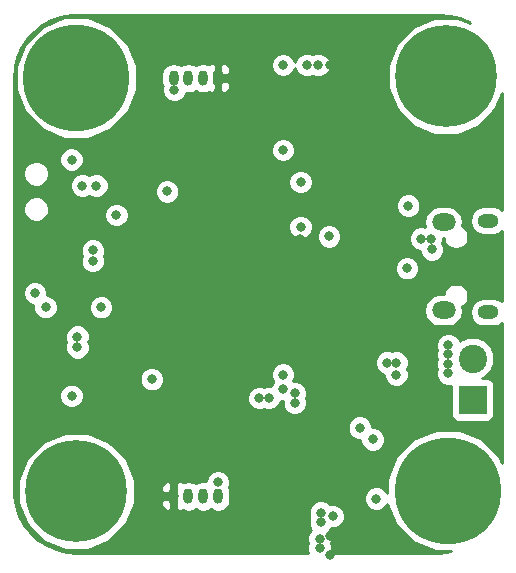
<source format=gbr>
G04 #@! TF.GenerationSoftware,KiCad,Pcbnew,(5.0.1)-4*
G04 #@! TF.CreationDate,2022-09-04T20:15:09+05:45*
G04 #@! TF.ProjectId,STM32_wiith_Buck_Converter,53544D33325F77696974685F4275636B,rev?*
G04 #@! TF.SameCoordinates,Original*
G04 #@! TF.FileFunction,Copper,L3,Inr,Plane*
G04 #@! TF.FilePolarity,Positive*
%FSLAX46Y46*%
G04 Gerber Fmt 4.6, Leading zero omitted, Abs format (unit mm)*
G04 Created by KiCad (PCBNEW (5.0.1)-4) date 04-Sep-22 8:15:09 PM*
%MOMM*%
%LPD*%
G01*
G04 APERTURE LIST*
G04 #@! TA.AperFunction,ViaPad*
%ADD10O,2.000000X1.450000*%
G04 #@! TD*
G04 #@! TA.AperFunction,ViaPad*
%ADD11O,1.800000X1.150000*%
G04 #@! TD*
G04 #@! TA.AperFunction,ViaPad*
%ADD12C,0.900000*%
G04 #@! TD*
G04 #@! TA.AperFunction,ViaPad*
%ADD13C,8.600000*%
G04 #@! TD*
G04 #@! TA.AperFunction,ViaPad*
%ADD14C,9.000000*%
G04 #@! TD*
G04 #@! TA.AperFunction,ViaPad*
%ADD15R,2.400000X2.400000*%
G04 #@! TD*
G04 #@! TA.AperFunction,ViaPad*
%ADD16C,2.400000*%
G04 #@! TD*
G04 #@! TA.AperFunction,Conductor*
%ADD17C,0.100000*%
G04 #@! TD*
G04 #@! TA.AperFunction,ViaPad*
%ADD18C,0.800000*%
G04 #@! TD*
G04 #@! TA.AperFunction,ViaPad*
%ADD19O,0.800000X1.300000*%
G04 #@! TD*
G04 #@! TA.AperFunction,Conductor*
%ADD20C,0.254000*%
G04 #@! TD*
G04 APERTURE END LIST*
D10*
G04 #@! TO.N,Net-(J5-Pad6)*
G04 #@! TO.C,J5*
X144100000Y-71675000D03*
X144100000Y-64225000D03*
D11*
X147900000Y-71825000D03*
X147900000Y-64075000D03*
G04 #@! TD*
D12*
G04 #@! TO.N,GND*
G04 #@! TO.C,H1*
X115280419Y-84719581D03*
X113000000Y-83775000D03*
X110719581Y-84719581D03*
X109775000Y-87000000D03*
X110719581Y-89280419D03*
X113000000Y-90225000D03*
X115280419Y-89280419D03*
X116225000Y-87000000D03*
D13*
X113000000Y-87000000D03*
G04 #@! TD*
D12*
G04 #@! TO.N,GND*
G04 #@! TO.C,H2*
X146580419Y-49569581D03*
X144300000Y-48625000D03*
X142019581Y-49569581D03*
X141075000Y-51850000D03*
X142019581Y-54130419D03*
X144300000Y-55075000D03*
X146580419Y-54130419D03*
X147525000Y-51850000D03*
D13*
X144300000Y-51850000D03*
G04 #@! TD*
D14*
G04 #@! TO.N,GND*
G04 #@! TO.C,H3*
X113000000Y-52000000D03*
D12*
X116375000Y-52000000D03*
X115386485Y-54386485D03*
X113000000Y-55375000D03*
X110613515Y-54386485D03*
X109625000Y-52000000D03*
X110613515Y-49613515D03*
X113000000Y-48625000D03*
X115386485Y-49613515D03*
G04 #@! TD*
G04 #@! TO.N,GND*
G04 #@! TO.C,H4*
X146836485Y-84563515D03*
X144450000Y-83575000D03*
X142063515Y-84563515D03*
X141075000Y-86950000D03*
X142063515Y-89336485D03*
X144450000Y-90325000D03*
X146836485Y-89336485D03*
X147825000Y-86950000D03*
D14*
X144450000Y-86950000D03*
G04 #@! TD*
D15*
G04 #@! TO.N,+12V*
G04 #@! TO.C,J2*
X146550000Y-79250000D03*
D16*
G04 #@! TO.N,GND*
X146550000Y-75750000D03*
G04 #@! TD*
D17*
G04 #@! TO.N,+3V3*
G04 #@! TO.C,J3*
G36*
X121469603Y-86750963D02*
X121489018Y-86753843D01*
X121508057Y-86758612D01*
X121526537Y-86765224D01*
X121544279Y-86773616D01*
X121561114Y-86783706D01*
X121576879Y-86795398D01*
X121591421Y-86808579D01*
X121604602Y-86823121D01*
X121616294Y-86838886D01*
X121626384Y-86855721D01*
X121634776Y-86873463D01*
X121641388Y-86891943D01*
X121646157Y-86910982D01*
X121649037Y-86930397D01*
X121650000Y-86950000D01*
X121650000Y-87850000D01*
X121649037Y-87869603D01*
X121646157Y-87889018D01*
X121641388Y-87908057D01*
X121634776Y-87926537D01*
X121626384Y-87944279D01*
X121616294Y-87961114D01*
X121604602Y-87976879D01*
X121591421Y-87991421D01*
X121576879Y-88004602D01*
X121561114Y-88016294D01*
X121544279Y-88026384D01*
X121526537Y-88034776D01*
X121508057Y-88041388D01*
X121489018Y-88046157D01*
X121469603Y-88049037D01*
X121450000Y-88050000D01*
X121050000Y-88050000D01*
X121030397Y-88049037D01*
X121010982Y-88046157D01*
X120991943Y-88041388D01*
X120973463Y-88034776D01*
X120955721Y-88026384D01*
X120938886Y-88016294D01*
X120923121Y-88004602D01*
X120908579Y-87991421D01*
X120895398Y-87976879D01*
X120883706Y-87961114D01*
X120873616Y-87944279D01*
X120865224Y-87926537D01*
X120858612Y-87908057D01*
X120853843Y-87889018D01*
X120850963Y-87869603D01*
X120850000Y-87850000D01*
X120850000Y-86950000D01*
X120850963Y-86930397D01*
X120853843Y-86910982D01*
X120858612Y-86891943D01*
X120865224Y-86873463D01*
X120873616Y-86855721D01*
X120883706Y-86838886D01*
X120895398Y-86823121D01*
X120908579Y-86808579D01*
X120923121Y-86795398D01*
X120938886Y-86783706D01*
X120955721Y-86773616D01*
X120973463Y-86765224D01*
X120991943Y-86758612D01*
X121010982Y-86753843D01*
X121030397Y-86750963D01*
X121050000Y-86750000D01*
X121450000Y-86750000D01*
X121469603Y-86750963D01*
X121469603Y-86750963D01*
G37*
D18*
X121250000Y-87400000D03*
D19*
G04 #@! TO.N,UART3_TX*
X122500000Y-87400000D03*
G04 #@! TO.N,UART3_RX*
X123750000Y-87400000D03*
G04 #@! TO.N,GND*
X125000000Y-87400000D03*
G04 #@! TD*
G04 #@! TO.N,GND*
G04 #@! TO.C,J4*
X121250000Y-52000000D03*
G04 #@! TO.N,I2C1_SDA*
X122500000Y-52000000D03*
G04 #@! TO.N,I2C1_SCL*
X123750000Y-52000000D03*
D17*
G04 #@! TO.N,+3V3*
G36*
X125219603Y-51350963D02*
X125239018Y-51353843D01*
X125258057Y-51358612D01*
X125276537Y-51365224D01*
X125294279Y-51373616D01*
X125311114Y-51383706D01*
X125326879Y-51395398D01*
X125341421Y-51408579D01*
X125354602Y-51423121D01*
X125366294Y-51438886D01*
X125376384Y-51455721D01*
X125384776Y-51473463D01*
X125391388Y-51491943D01*
X125396157Y-51510982D01*
X125399037Y-51530397D01*
X125400000Y-51550000D01*
X125400000Y-52450000D01*
X125399037Y-52469603D01*
X125396157Y-52489018D01*
X125391388Y-52508057D01*
X125384776Y-52526537D01*
X125376384Y-52544279D01*
X125366294Y-52561114D01*
X125354602Y-52576879D01*
X125341421Y-52591421D01*
X125326879Y-52604602D01*
X125311114Y-52616294D01*
X125294279Y-52626384D01*
X125276537Y-52634776D01*
X125258057Y-52641388D01*
X125239018Y-52646157D01*
X125219603Y-52649037D01*
X125200000Y-52650000D01*
X124800000Y-52650000D01*
X124780397Y-52649037D01*
X124760982Y-52646157D01*
X124741943Y-52641388D01*
X124723463Y-52634776D01*
X124705721Y-52626384D01*
X124688886Y-52616294D01*
X124673121Y-52604602D01*
X124658579Y-52591421D01*
X124645398Y-52576879D01*
X124633706Y-52561114D01*
X124623616Y-52544279D01*
X124615224Y-52526537D01*
X124608612Y-52508057D01*
X124603843Y-52489018D01*
X124600963Y-52469603D01*
X124600000Y-52450000D01*
X124600000Y-51550000D01*
X124600963Y-51530397D01*
X124603843Y-51510982D01*
X124608612Y-51491943D01*
X124615224Y-51473463D01*
X124623616Y-51455721D01*
X124633706Y-51438886D01*
X124645398Y-51423121D01*
X124658579Y-51408579D01*
X124673121Y-51395398D01*
X124688886Y-51383706D01*
X124705721Y-51373616D01*
X124723463Y-51365224D01*
X124741943Y-51358612D01*
X124760982Y-51353843D01*
X124780397Y-51350963D01*
X124800000Y-51350000D01*
X125200000Y-51350000D01*
X125219603Y-51350963D01*
X125219603Y-51350963D01*
G37*
D18*
X125000000Y-52000000D03*
G04 #@! TD*
G04 #@! TO.N,GND*
X121300000Y-53000000D03*
G04 #@! TO.N,+3V3*
X125450000Y-57700000D03*
G04 #@! TO.N,GND*
X130500000Y-50900000D03*
X132500000Y-50900000D03*
X133500000Y-50900000D03*
X132000000Y-64600000D03*
X140100000Y-77100000D03*
X140100000Y-76100000D03*
X144500000Y-74600000D03*
X144500000Y-75400000D03*
X144500000Y-76200000D03*
X144500000Y-77000000D03*
X138100000Y-82600000D03*
X137000000Y-81600000D03*
X134700000Y-89100000D03*
X133700000Y-88800000D03*
X133700000Y-89600000D03*
X133600000Y-91000000D03*
X133600000Y-91800000D03*
X125000000Y-86200000D03*
X112600000Y-78900000D03*
X110400000Y-71400000D03*
X109500000Y-70200000D03*
X113500000Y-61100000D03*
X114700000Y-61100000D03*
X116400000Y-63600000D03*
X112600000Y-58900000D03*
X115100000Y-71400000D03*
X113100000Y-73900000D03*
X113100000Y-74800000D03*
X119400000Y-77500000D03*
X114400000Y-66600000D03*
X114400000Y-67500000D03*
X128500000Y-79100000D03*
X130500000Y-77100000D03*
X141100000Y-62800000D03*
X143100000Y-66500000D03*
X141000000Y-68100000D03*
X120700000Y-61600000D03*
X130500000Y-78300000D03*
X131500000Y-78700000D03*
X131500000Y-79500000D03*
X129300000Y-79100000D03*
X134400000Y-65400000D03*
X138400000Y-87600000D03*
X139300000Y-76100000D03*
X143000000Y-65600000D03*
X142200000Y-65600000D03*
G04 #@! TO.N,+3V3*
X120650000Y-56300000D03*
X118950000Y-62300000D03*
X112600000Y-63850000D03*
X115150000Y-75550000D03*
X121850000Y-77500000D03*
X128800000Y-76350000D03*
X134500000Y-50900000D03*
X125000000Y-53150000D03*
X121250000Y-86300000D03*
X116650000Y-66350000D03*
X116400000Y-75600000D03*
X131950000Y-65600000D03*
X136600000Y-62750000D03*
X129275000Y-87450000D03*
X131475000Y-87450000D03*
X128800000Y-89150000D03*
X130900000Y-89150000D03*
X128750000Y-91500000D03*
X130850000Y-91500000D03*
X134450000Y-92350000D03*
X134450000Y-90750000D03*
X129275000Y-86600000D03*
X131475000Y-86600000D03*
G04 #@! TO.N,NRST*
X132000000Y-60800000D03*
X130500000Y-58100000D03*
G04 #@! TD*
D20*
G04 #@! TO.N,+3V3*
G36*
X144613608Y-46733397D02*
X145454010Y-46944491D01*
X146248664Y-47290017D01*
X146358414Y-47361018D01*
X145281632Y-46915000D01*
X143318368Y-46915000D01*
X141504547Y-47666309D01*
X140116309Y-49054547D01*
X139365000Y-50868368D01*
X139365000Y-52831632D01*
X140116309Y-54645453D01*
X141504547Y-56033691D01*
X143318368Y-56785000D01*
X145281632Y-56785000D01*
X147095453Y-56033691D01*
X148483691Y-54645453D01*
X149040000Y-53302404D01*
X149040000Y-63164312D01*
X148697118Y-62935205D01*
X148344173Y-62865000D01*
X147455827Y-62865000D01*
X147102882Y-62935205D01*
X146702639Y-63202639D01*
X146435205Y-63602882D01*
X146341295Y-64075000D01*
X146435205Y-64547118D01*
X146702639Y-64947361D01*
X147102882Y-65214795D01*
X147455827Y-65285000D01*
X148344173Y-65285000D01*
X148697118Y-65214795D01*
X149040000Y-64985688D01*
X149040001Y-70914312D01*
X148697118Y-70685205D01*
X148344173Y-70615000D01*
X147455827Y-70615000D01*
X147102882Y-70685205D01*
X146702639Y-70952639D01*
X146435205Y-71352882D01*
X146341295Y-71825000D01*
X146435205Y-72297118D01*
X146702639Y-72697361D01*
X147102882Y-72964795D01*
X147455827Y-73035000D01*
X148344173Y-73035000D01*
X148697118Y-72964795D01*
X149040001Y-72735688D01*
X149040001Y-84612840D01*
X148803243Y-84041256D01*
X147358744Y-82596757D01*
X145471415Y-81815000D01*
X143428585Y-81815000D01*
X141541256Y-82596757D01*
X140096757Y-84041256D01*
X139315000Y-85928585D01*
X139315000Y-87104420D01*
X139277431Y-87013720D01*
X138986280Y-86722569D01*
X138605874Y-86565000D01*
X138194126Y-86565000D01*
X137813720Y-86722569D01*
X137522569Y-87013720D01*
X137365000Y-87394126D01*
X137365000Y-87805874D01*
X137522569Y-88186280D01*
X137813720Y-88477431D01*
X138194126Y-88635000D01*
X138605874Y-88635000D01*
X138986280Y-88477431D01*
X139277431Y-88186280D01*
X139340715Y-88033498D01*
X140096757Y-89858744D01*
X141541256Y-91303243D01*
X143428585Y-92085000D01*
X144691886Y-92085000D01*
X144235344Y-92166323D01*
X143733265Y-92190000D01*
X134558733Y-92190000D01*
X134635000Y-92005874D01*
X134635000Y-91594126D01*
X134554591Y-91400000D01*
X134635000Y-91205874D01*
X134635000Y-90794126D01*
X134477431Y-90413720D01*
X134413711Y-90350000D01*
X134577431Y-90186280D01*
X134598672Y-90135000D01*
X134905874Y-90135000D01*
X135286280Y-89977431D01*
X135577431Y-89686280D01*
X135735000Y-89305874D01*
X135735000Y-88894126D01*
X135577431Y-88513720D01*
X135286280Y-88222569D01*
X134905874Y-88065000D01*
X134494126Y-88065000D01*
X134447871Y-88084160D01*
X134286280Y-87922569D01*
X133905874Y-87765000D01*
X133494126Y-87765000D01*
X133113720Y-87922569D01*
X132822569Y-88213720D01*
X132665000Y-88594126D01*
X132665000Y-89005874D01*
X132745409Y-89200000D01*
X132665000Y-89394126D01*
X132665000Y-89805874D01*
X132822569Y-90186280D01*
X132886289Y-90250000D01*
X132722569Y-90413720D01*
X132565000Y-90794126D01*
X132565000Y-91205874D01*
X132645409Y-91400000D01*
X132565000Y-91594126D01*
X132565000Y-92005874D01*
X132641267Y-92190000D01*
X113029142Y-92190000D01*
X112136394Y-92116603D01*
X111295990Y-91905509D01*
X110501336Y-91559983D01*
X109773794Y-91089315D01*
X109132890Y-90506136D01*
X108595841Y-89826115D01*
X108177068Y-89067507D01*
X107887819Y-88250692D01*
X107733677Y-87385344D01*
X107710000Y-86883265D01*
X107710000Y-86018368D01*
X108065000Y-86018368D01*
X108065000Y-87981632D01*
X108816309Y-89795453D01*
X110204547Y-91183691D01*
X112018368Y-91935000D01*
X113981632Y-91935000D01*
X115795453Y-91183691D01*
X117183691Y-89795453D01*
X117935000Y-87981632D01*
X117935000Y-87831750D01*
X120215000Y-87831750D01*
X120215000Y-88176310D01*
X120311673Y-88409699D01*
X120490302Y-88588327D01*
X120723691Y-88685000D01*
X120891250Y-88685000D01*
X121050000Y-88526250D01*
X121050000Y-87673000D01*
X120373750Y-87673000D01*
X120215000Y-87831750D01*
X117935000Y-87831750D01*
X117935000Y-86623690D01*
X120215000Y-86623690D01*
X120215000Y-86968250D01*
X120373750Y-87127000D01*
X121050000Y-87127000D01*
X121050000Y-86273750D01*
X121450000Y-86273750D01*
X121450000Y-87127000D01*
X121465000Y-87127000D01*
X121465000Y-87673000D01*
X121450000Y-87673000D01*
X121450000Y-88526250D01*
X121608750Y-88685000D01*
X121776309Y-88685000D01*
X122009698Y-88588327D01*
X122022379Y-88575646D01*
X122096164Y-88624948D01*
X122500000Y-88705276D01*
X122903837Y-88624948D01*
X123125001Y-88477171D01*
X123346164Y-88624948D01*
X123750000Y-88705276D01*
X124153837Y-88624948D01*
X124375001Y-88477171D01*
X124596164Y-88624948D01*
X125000000Y-88705276D01*
X125403837Y-88624948D01*
X125746193Y-88396193D01*
X125974948Y-88053836D01*
X126035000Y-87751934D01*
X126035000Y-87048065D01*
X125974948Y-86746163D01*
X125925007Y-86671421D01*
X126035000Y-86405874D01*
X126035000Y-85994126D01*
X125877431Y-85613720D01*
X125586280Y-85322569D01*
X125205874Y-85165000D01*
X124794126Y-85165000D01*
X124413720Y-85322569D01*
X124122569Y-85613720D01*
X123965000Y-85994126D01*
X123965000Y-86137490D01*
X123750000Y-86094724D01*
X123346163Y-86175052D01*
X123125000Y-86322829D01*
X122903836Y-86175052D01*
X122500000Y-86094724D01*
X122096163Y-86175052D01*
X122022378Y-86224353D01*
X122009698Y-86211673D01*
X121776309Y-86115000D01*
X121608750Y-86115000D01*
X121450000Y-86273750D01*
X121050000Y-86273750D01*
X120891250Y-86115000D01*
X120723691Y-86115000D01*
X120490302Y-86211673D01*
X120311673Y-86390301D01*
X120215000Y-86623690D01*
X117935000Y-86623690D01*
X117935000Y-86018368D01*
X117183691Y-84204547D01*
X115795453Y-82816309D01*
X113981632Y-82065000D01*
X112018368Y-82065000D01*
X110204547Y-82816309D01*
X108816309Y-84204547D01*
X108065000Y-86018368D01*
X107710000Y-86018368D01*
X107710000Y-81394126D01*
X135965000Y-81394126D01*
X135965000Y-81805874D01*
X136122569Y-82186280D01*
X136413720Y-82477431D01*
X136794126Y-82635000D01*
X137065000Y-82635000D01*
X137065000Y-82805874D01*
X137222569Y-83186280D01*
X137513720Y-83477431D01*
X137894126Y-83635000D01*
X138305874Y-83635000D01*
X138686280Y-83477431D01*
X138977431Y-83186280D01*
X139135000Y-82805874D01*
X139135000Y-82394126D01*
X138977431Y-82013720D01*
X138686280Y-81722569D01*
X138305874Y-81565000D01*
X138035000Y-81565000D01*
X138035000Y-81394126D01*
X137877431Y-81013720D01*
X137586280Y-80722569D01*
X137205874Y-80565000D01*
X136794126Y-80565000D01*
X136413720Y-80722569D01*
X136122569Y-81013720D01*
X135965000Y-81394126D01*
X107710000Y-81394126D01*
X107710000Y-78694126D01*
X111565000Y-78694126D01*
X111565000Y-79105874D01*
X111722569Y-79486280D01*
X112013720Y-79777431D01*
X112394126Y-79935000D01*
X112805874Y-79935000D01*
X113186280Y-79777431D01*
X113477431Y-79486280D01*
X113635000Y-79105874D01*
X113635000Y-78894126D01*
X127465000Y-78894126D01*
X127465000Y-79305874D01*
X127622569Y-79686280D01*
X127913720Y-79977431D01*
X128294126Y-80135000D01*
X128705874Y-80135000D01*
X128900000Y-80054591D01*
X129094126Y-80135000D01*
X129505874Y-80135000D01*
X129886280Y-79977431D01*
X130177431Y-79686280D01*
X130322936Y-79335000D01*
X130465000Y-79335000D01*
X130465000Y-79705874D01*
X130622569Y-80086280D01*
X130913720Y-80377431D01*
X131294126Y-80535000D01*
X131705874Y-80535000D01*
X132086280Y-80377431D01*
X132377431Y-80086280D01*
X132535000Y-79705874D01*
X132535000Y-79294126D01*
X132454591Y-79100000D01*
X132535000Y-78905874D01*
X132535000Y-78494126D01*
X132377431Y-78113720D01*
X132086280Y-77822569D01*
X131705874Y-77665000D01*
X131386245Y-77665000D01*
X131535000Y-77305874D01*
X131535000Y-76894126D01*
X131377431Y-76513720D01*
X131086280Y-76222569D01*
X130705874Y-76065000D01*
X130294126Y-76065000D01*
X129913720Y-76222569D01*
X129622569Y-76513720D01*
X129465000Y-76894126D01*
X129465000Y-77305874D01*
X129622569Y-77686280D01*
X129636289Y-77700000D01*
X129622569Y-77713720D01*
X129477064Y-78065000D01*
X129094126Y-78065000D01*
X128900000Y-78145409D01*
X128705874Y-78065000D01*
X128294126Y-78065000D01*
X127913720Y-78222569D01*
X127622569Y-78513720D01*
X127465000Y-78894126D01*
X113635000Y-78894126D01*
X113635000Y-78694126D01*
X113477431Y-78313720D01*
X113186280Y-78022569D01*
X112805874Y-77865000D01*
X112394126Y-77865000D01*
X112013720Y-78022569D01*
X111722569Y-78313720D01*
X111565000Y-78694126D01*
X107710000Y-78694126D01*
X107710000Y-77294126D01*
X118365000Y-77294126D01*
X118365000Y-77705874D01*
X118522569Y-78086280D01*
X118813720Y-78377431D01*
X119194126Y-78535000D01*
X119605874Y-78535000D01*
X119986280Y-78377431D01*
X120277431Y-78086280D01*
X120435000Y-77705874D01*
X120435000Y-77294126D01*
X120277431Y-76913720D01*
X119986280Y-76622569D01*
X119605874Y-76465000D01*
X119194126Y-76465000D01*
X118813720Y-76622569D01*
X118522569Y-76913720D01*
X118365000Y-77294126D01*
X107710000Y-77294126D01*
X107710000Y-75894126D01*
X138265000Y-75894126D01*
X138265000Y-76305874D01*
X138422569Y-76686280D01*
X138713720Y-76977431D01*
X139065000Y-77122936D01*
X139065000Y-77305874D01*
X139222569Y-77686280D01*
X139513720Y-77977431D01*
X139894126Y-78135000D01*
X140305874Y-78135000D01*
X140686280Y-77977431D01*
X140977431Y-77686280D01*
X141135000Y-77305874D01*
X141135000Y-76894126D01*
X141013169Y-76600000D01*
X141135000Y-76305874D01*
X141135000Y-75894126D01*
X140977431Y-75513720D01*
X140686280Y-75222569D01*
X140305874Y-75065000D01*
X139894126Y-75065000D01*
X139700000Y-75145409D01*
X139505874Y-75065000D01*
X139094126Y-75065000D01*
X138713720Y-75222569D01*
X138422569Y-75513720D01*
X138265000Y-75894126D01*
X107710000Y-75894126D01*
X107710000Y-73694126D01*
X112065000Y-73694126D01*
X112065000Y-74105874D01*
X112166120Y-74350000D01*
X112065000Y-74594126D01*
X112065000Y-75005874D01*
X112222569Y-75386280D01*
X112513720Y-75677431D01*
X112894126Y-75835000D01*
X113305874Y-75835000D01*
X113686280Y-75677431D01*
X113977431Y-75386280D01*
X114135000Y-75005874D01*
X114135000Y-74594126D01*
X114052158Y-74394126D01*
X143465000Y-74394126D01*
X143465000Y-74805874D01*
X143545409Y-75000000D01*
X143465000Y-75194126D01*
X143465000Y-75605874D01*
X143545409Y-75800000D01*
X143465000Y-75994126D01*
X143465000Y-76405874D01*
X143545409Y-76600000D01*
X143465000Y-76794126D01*
X143465000Y-77205874D01*
X143622569Y-77586280D01*
X143913720Y-77877431D01*
X144294126Y-78035000D01*
X144705544Y-78035000D01*
X144702560Y-78050000D01*
X144702560Y-80450000D01*
X144751843Y-80697765D01*
X144892191Y-80907809D01*
X145102235Y-81048157D01*
X145350000Y-81097440D01*
X147750000Y-81097440D01*
X147997765Y-81048157D01*
X148207809Y-80907809D01*
X148348157Y-80697765D01*
X148397440Y-80450000D01*
X148397440Y-78050000D01*
X148348157Y-77802235D01*
X148207809Y-77592191D01*
X147997765Y-77451843D01*
X147750000Y-77402560D01*
X147355453Y-77402560D01*
X147589444Y-77305638D01*
X148105638Y-76789444D01*
X148385000Y-76115004D01*
X148385000Y-75384996D01*
X148105638Y-74710556D01*
X147589444Y-74194362D01*
X146915004Y-73915000D01*
X146184996Y-73915000D01*
X145510556Y-74194362D01*
X145469331Y-74235587D01*
X145377431Y-74013720D01*
X145086280Y-73722569D01*
X144705874Y-73565000D01*
X144294126Y-73565000D01*
X143913720Y-73722569D01*
X143622569Y-74013720D01*
X143465000Y-74394126D01*
X114052158Y-74394126D01*
X114033880Y-74350000D01*
X114135000Y-74105874D01*
X114135000Y-73694126D01*
X113977431Y-73313720D01*
X113686280Y-73022569D01*
X113305874Y-72865000D01*
X112894126Y-72865000D01*
X112513720Y-73022569D01*
X112222569Y-73313720D01*
X112065000Y-73694126D01*
X107710000Y-73694126D01*
X107710000Y-69994126D01*
X108465000Y-69994126D01*
X108465000Y-70405874D01*
X108622569Y-70786280D01*
X108913720Y-71077431D01*
X109294126Y-71235000D01*
X109365000Y-71235000D01*
X109365000Y-71605874D01*
X109522569Y-71986280D01*
X109813720Y-72277431D01*
X110194126Y-72435000D01*
X110605874Y-72435000D01*
X110986280Y-72277431D01*
X111277431Y-71986280D01*
X111435000Y-71605874D01*
X111435000Y-71194126D01*
X114065000Y-71194126D01*
X114065000Y-71605874D01*
X114222569Y-71986280D01*
X114513720Y-72277431D01*
X114894126Y-72435000D01*
X115305874Y-72435000D01*
X115686280Y-72277431D01*
X115977431Y-71986280D01*
X116106367Y-71675000D01*
X142438357Y-71675000D01*
X142543909Y-72205645D01*
X142844495Y-72655505D01*
X143294355Y-72956091D01*
X143691057Y-73035000D01*
X144508943Y-73035000D01*
X144905645Y-72956091D01*
X145355505Y-72655505D01*
X145656091Y-72205645D01*
X145761643Y-71675000D01*
X145693361Y-71331721D01*
X145896193Y-71196193D01*
X146124948Y-70853837D01*
X146205276Y-70450000D01*
X146124948Y-70046163D01*
X145896193Y-69703807D01*
X145553837Y-69475052D01*
X145251935Y-69415000D01*
X145048065Y-69415000D01*
X144746163Y-69475052D01*
X144403807Y-69703807D01*
X144175052Y-70046163D01*
X144121577Y-70315000D01*
X143691057Y-70315000D01*
X143294355Y-70393909D01*
X142844495Y-70694495D01*
X142543909Y-71144355D01*
X142438357Y-71675000D01*
X116106367Y-71675000D01*
X116135000Y-71605874D01*
X116135000Y-71194126D01*
X115977431Y-70813720D01*
X115686280Y-70522569D01*
X115305874Y-70365000D01*
X114894126Y-70365000D01*
X114513720Y-70522569D01*
X114222569Y-70813720D01*
X114065000Y-71194126D01*
X111435000Y-71194126D01*
X111277431Y-70813720D01*
X110986280Y-70522569D01*
X110605874Y-70365000D01*
X110535000Y-70365000D01*
X110535000Y-69994126D01*
X110377431Y-69613720D01*
X110086280Y-69322569D01*
X109705874Y-69165000D01*
X109294126Y-69165000D01*
X108913720Y-69322569D01*
X108622569Y-69613720D01*
X108465000Y-69994126D01*
X107710000Y-69994126D01*
X107710000Y-66394126D01*
X113365000Y-66394126D01*
X113365000Y-66805874D01*
X113466120Y-67050000D01*
X113365000Y-67294126D01*
X113365000Y-67705874D01*
X113522569Y-68086280D01*
X113813720Y-68377431D01*
X114194126Y-68535000D01*
X114605874Y-68535000D01*
X114986280Y-68377431D01*
X115277431Y-68086280D01*
X115357023Y-67894126D01*
X139965000Y-67894126D01*
X139965000Y-68305874D01*
X140122569Y-68686280D01*
X140413720Y-68977431D01*
X140794126Y-69135000D01*
X141205874Y-69135000D01*
X141586280Y-68977431D01*
X141877431Y-68686280D01*
X142035000Y-68305874D01*
X142035000Y-67894126D01*
X141877431Y-67513720D01*
X141586280Y-67222569D01*
X141205874Y-67065000D01*
X140794126Y-67065000D01*
X140413720Y-67222569D01*
X140122569Y-67513720D01*
X139965000Y-67894126D01*
X115357023Y-67894126D01*
X115435000Y-67705874D01*
X115435000Y-67294126D01*
X115333880Y-67050000D01*
X115435000Y-66805874D01*
X115435000Y-66394126D01*
X115277431Y-66013720D01*
X114986280Y-65722569D01*
X114605874Y-65565000D01*
X114194126Y-65565000D01*
X113813720Y-65722569D01*
X113522569Y-66013720D01*
X113365000Y-66394126D01*
X107710000Y-66394126D01*
X107710000Y-62884180D01*
X108515000Y-62884180D01*
X108515000Y-63315820D01*
X108680182Y-63714603D01*
X108985397Y-64019818D01*
X109384180Y-64185000D01*
X109815820Y-64185000D01*
X110214603Y-64019818D01*
X110519818Y-63714603D01*
X110652564Y-63394126D01*
X115365000Y-63394126D01*
X115365000Y-63805874D01*
X115522569Y-64186280D01*
X115813720Y-64477431D01*
X116194126Y-64635000D01*
X116605874Y-64635000D01*
X116986280Y-64477431D01*
X117069585Y-64394126D01*
X130965000Y-64394126D01*
X130965000Y-64805874D01*
X131122569Y-65186280D01*
X131413720Y-65477431D01*
X131794126Y-65635000D01*
X132205874Y-65635000D01*
X132586280Y-65477431D01*
X132869585Y-65194126D01*
X133365000Y-65194126D01*
X133365000Y-65605874D01*
X133522569Y-65986280D01*
X133813720Y-66277431D01*
X134194126Y-66435000D01*
X134605874Y-66435000D01*
X134986280Y-66277431D01*
X135277431Y-65986280D01*
X135435000Y-65605874D01*
X135435000Y-65394126D01*
X141165000Y-65394126D01*
X141165000Y-65805874D01*
X141322569Y-66186280D01*
X141613720Y-66477431D01*
X141994126Y-66635000D01*
X142065000Y-66635000D01*
X142065000Y-66705874D01*
X142222569Y-67086280D01*
X142513720Y-67377431D01*
X142894126Y-67535000D01*
X143305874Y-67535000D01*
X143686280Y-67377431D01*
X143977431Y-67086280D01*
X144135000Y-66705874D01*
X144135000Y-66294126D01*
X143983880Y-65929289D01*
X144035000Y-65805874D01*
X144035000Y-65585000D01*
X144121577Y-65585000D01*
X144175052Y-65853837D01*
X144403807Y-66196193D01*
X144746163Y-66424948D01*
X145048065Y-66485000D01*
X145251935Y-66485000D01*
X145553837Y-66424948D01*
X145896193Y-66196193D01*
X146124948Y-65853837D01*
X146205276Y-65450000D01*
X146124948Y-65046163D01*
X145896193Y-64703807D01*
X145693361Y-64568279D01*
X145761643Y-64225000D01*
X145656091Y-63694355D01*
X145355505Y-63244495D01*
X144905645Y-62943909D01*
X144508943Y-62865000D01*
X143691057Y-62865000D01*
X143294355Y-62943909D01*
X142844495Y-63244495D01*
X142543909Y-63694355D01*
X142438357Y-64225000D01*
X142514976Y-64610192D01*
X142405874Y-64565000D01*
X141994126Y-64565000D01*
X141613720Y-64722569D01*
X141322569Y-65013720D01*
X141165000Y-65394126D01*
X135435000Y-65394126D01*
X135435000Y-65194126D01*
X135277431Y-64813720D01*
X134986280Y-64522569D01*
X134605874Y-64365000D01*
X134194126Y-64365000D01*
X133813720Y-64522569D01*
X133522569Y-64813720D01*
X133365000Y-65194126D01*
X132869585Y-65194126D01*
X132877431Y-65186280D01*
X133035000Y-64805874D01*
X133035000Y-64394126D01*
X132877431Y-64013720D01*
X132586280Y-63722569D01*
X132205874Y-63565000D01*
X131794126Y-63565000D01*
X131413720Y-63722569D01*
X131122569Y-64013720D01*
X130965000Y-64394126D01*
X117069585Y-64394126D01*
X117277431Y-64186280D01*
X117435000Y-63805874D01*
X117435000Y-63394126D01*
X117277431Y-63013720D01*
X116986280Y-62722569D01*
X116605874Y-62565000D01*
X116194126Y-62565000D01*
X115813720Y-62722569D01*
X115522569Y-63013720D01*
X115365000Y-63394126D01*
X110652564Y-63394126D01*
X110685000Y-63315820D01*
X110685000Y-62884180D01*
X110519818Y-62485397D01*
X110214603Y-62180182D01*
X109815820Y-62015000D01*
X109384180Y-62015000D01*
X108985397Y-62180182D01*
X108680182Y-62485397D01*
X108515000Y-62884180D01*
X107710000Y-62884180D01*
X107710000Y-59884180D01*
X108515000Y-59884180D01*
X108515000Y-60315820D01*
X108680182Y-60714603D01*
X108985397Y-61019818D01*
X109384180Y-61185000D01*
X109815820Y-61185000D01*
X110214603Y-61019818D01*
X110340295Y-60894126D01*
X112465000Y-60894126D01*
X112465000Y-61305874D01*
X112622569Y-61686280D01*
X112913720Y-61977431D01*
X113294126Y-62135000D01*
X113705874Y-62135000D01*
X114086280Y-61977431D01*
X114100000Y-61963711D01*
X114113720Y-61977431D01*
X114494126Y-62135000D01*
X114905874Y-62135000D01*
X115286280Y-61977431D01*
X115577431Y-61686280D01*
X115698444Y-61394126D01*
X119665000Y-61394126D01*
X119665000Y-61805874D01*
X119822569Y-62186280D01*
X120113720Y-62477431D01*
X120494126Y-62635000D01*
X120905874Y-62635000D01*
X121004552Y-62594126D01*
X140065000Y-62594126D01*
X140065000Y-63005874D01*
X140222569Y-63386280D01*
X140513720Y-63677431D01*
X140894126Y-63835000D01*
X141305874Y-63835000D01*
X141686280Y-63677431D01*
X141977431Y-63386280D01*
X142135000Y-63005874D01*
X142135000Y-62594126D01*
X141977431Y-62213720D01*
X141686280Y-61922569D01*
X141305874Y-61765000D01*
X140894126Y-61765000D01*
X140513720Y-61922569D01*
X140222569Y-62213720D01*
X140065000Y-62594126D01*
X121004552Y-62594126D01*
X121286280Y-62477431D01*
X121577431Y-62186280D01*
X121735000Y-61805874D01*
X121735000Y-61394126D01*
X121577431Y-61013720D01*
X121286280Y-60722569D01*
X120976191Y-60594126D01*
X130965000Y-60594126D01*
X130965000Y-61005874D01*
X131122569Y-61386280D01*
X131413720Y-61677431D01*
X131794126Y-61835000D01*
X132205874Y-61835000D01*
X132586280Y-61677431D01*
X132877431Y-61386280D01*
X133035000Y-61005874D01*
X133035000Y-60594126D01*
X132877431Y-60213720D01*
X132586280Y-59922569D01*
X132205874Y-59765000D01*
X131794126Y-59765000D01*
X131413720Y-59922569D01*
X131122569Y-60213720D01*
X130965000Y-60594126D01*
X120976191Y-60594126D01*
X120905874Y-60565000D01*
X120494126Y-60565000D01*
X120113720Y-60722569D01*
X119822569Y-61013720D01*
X119665000Y-61394126D01*
X115698444Y-61394126D01*
X115735000Y-61305874D01*
X115735000Y-60894126D01*
X115577431Y-60513720D01*
X115286280Y-60222569D01*
X114905874Y-60065000D01*
X114494126Y-60065000D01*
X114113720Y-60222569D01*
X114100000Y-60236289D01*
X114086280Y-60222569D01*
X113705874Y-60065000D01*
X113294126Y-60065000D01*
X112913720Y-60222569D01*
X112622569Y-60513720D01*
X112465000Y-60894126D01*
X110340295Y-60894126D01*
X110519818Y-60714603D01*
X110685000Y-60315820D01*
X110685000Y-59884180D01*
X110519818Y-59485397D01*
X110214603Y-59180182D01*
X109815820Y-59015000D01*
X109384180Y-59015000D01*
X108985397Y-59180182D01*
X108680182Y-59485397D01*
X108515000Y-59884180D01*
X107710000Y-59884180D01*
X107710000Y-58694126D01*
X111565000Y-58694126D01*
X111565000Y-59105874D01*
X111722569Y-59486280D01*
X112013720Y-59777431D01*
X112394126Y-59935000D01*
X112805874Y-59935000D01*
X113186280Y-59777431D01*
X113477431Y-59486280D01*
X113635000Y-59105874D01*
X113635000Y-58694126D01*
X113477431Y-58313720D01*
X113186280Y-58022569D01*
X112876191Y-57894126D01*
X129465000Y-57894126D01*
X129465000Y-58305874D01*
X129622569Y-58686280D01*
X129913720Y-58977431D01*
X130294126Y-59135000D01*
X130705874Y-59135000D01*
X131086280Y-58977431D01*
X131377431Y-58686280D01*
X131535000Y-58305874D01*
X131535000Y-57894126D01*
X131377431Y-57513720D01*
X131086280Y-57222569D01*
X130705874Y-57065000D01*
X130294126Y-57065000D01*
X129913720Y-57222569D01*
X129622569Y-57513720D01*
X129465000Y-57894126D01*
X112876191Y-57894126D01*
X112805874Y-57865000D01*
X112394126Y-57865000D01*
X112013720Y-58022569D01*
X111722569Y-58313720D01*
X111565000Y-58694126D01*
X107710000Y-58694126D01*
X107710000Y-51969010D01*
X107782575Y-51086258D01*
X107809620Y-50978585D01*
X107865000Y-50978585D01*
X107865000Y-53021415D01*
X108646757Y-54908744D01*
X110091256Y-56353243D01*
X111978585Y-57135000D01*
X114021415Y-57135000D01*
X115908744Y-56353243D01*
X117353243Y-54908744D01*
X118135000Y-53021415D01*
X118135000Y-51648065D01*
X120215000Y-51648065D01*
X120215000Y-52351934D01*
X120275052Y-52653836D01*
X120304719Y-52698236D01*
X120265000Y-52794126D01*
X120265000Y-53205874D01*
X120422569Y-53586280D01*
X120713720Y-53877431D01*
X121094126Y-54035000D01*
X121505874Y-54035000D01*
X121886280Y-53877431D01*
X122177431Y-53586280D01*
X122309520Y-53267387D01*
X122500000Y-53305276D01*
X122903836Y-53224948D01*
X123125000Y-53077171D01*
X123346163Y-53224948D01*
X123750000Y-53305276D01*
X124153836Y-53224948D01*
X124227621Y-53175646D01*
X124240302Y-53188327D01*
X124473691Y-53285000D01*
X124641250Y-53285000D01*
X124800000Y-53126250D01*
X124800000Y-52273000D01*
X125200000Y-52273000D01*
X125200000Y-53126250D01*
X125358750Y-53285000D01*
X125526309Y-53285000D01*
X125759698Y-53188327D01*
X125938327Y-53009699D01*
X126035000Y-52776310D01*
X126035000Y-52431750D01*
X125876250Y-52273000D01*
X125200000Y-52273000D01*
X124800000Y-52273000D01*
X124785000Y-52273000D01*
X124785000Y-51727000D01*
X124800000Y-51727000D01*
X124800000Y-50873750D01*
X125200000Y-50873750D01*
X125200000Y-51727000D01*
X125876250Y-51727000D01*
X126035000Y-51568250D01*
X126035000Y-51223690D01*
X125938327Y-50990301D01*
X125759698Y-50811673D01*
X125526309Y-50715000D01*
X125358750Y-50715000D01*
X125200000Y-50873750D01*
X124800000Y-50873750D01*
X124641250Y-50715000D01*
X124473691Y-50715000D01*
X124240302Y-50811673D01*
X124227622Y-50824353D01*
X124153837Y-50775052D01*
X123750000Y-50694724D01*
X123346164Y-50775052D01*
X123125001Y-50922829D01*
X122903837Y-50775052D01*
X122500000Y-50694724D01*
X122096164Y-50775052D01*
X121875001Y-50922829D01*
X121653837Y-50775052D01*
X121250000Y-50694724D01*
X120846164Y-50775052D01*
X120503808Y-51003807D01*
X120275052Y-51346163D01*
X120215000Y-51648065D01*
X118135000Y-51648065D01*
X118135000Y-50978585D01*
X118017174Y-50694126D01*
X129465000Y-50694126D01*
X129465000Y-51105874D01*
X129622569Y-51486280D01*
X129913720Y-51777431D01*
X130294126Y-51935000D01*
X130705874Y-51935000D01*
X131086280Y-51777431D01*
X131377431Y-51486280D01*
X131500000Y-51190372D01*
X131622569Y-51486280D01*
X131913720Y-51777431D01*
X132294126Y-51935000D01*
X132705874Y-51935000D01*
X133000000Y-51813169D01*
X133294126Y-51935000D01*
X133705874Y-51935000D01*
X134086280Y-51777431D01*
X134377431Y-51486280D01*
X134535000Y-51105874D01*
X134535000Y-50694126D01*
X134377431Y-50313720D01*
X134086280Y-50022569D01*
X133705874Y-49865000D01*
X133294126Y-49865000D01*
X133000000Y-49986831D01*
X132705874Y-49865000D01*
X132294126Y-49865000D01*
X131913720Y-50022569D01*
X131622569Y-50313720D01*
X131500000Y-50609628D01*
X131377431Y-50313720D01*
X131086280Y-50022569D01*
X130705874Y-49865000D01*
X130294126Y-49865000D01*
X129913720Y-50022569D01*
X129622569Y-50313720D01*
X129465000Y-50694126D01*
X118017174Y-50694126D01*
X117353243Y-49091256D01*
X115908744Y-47646757D01*
X114021415Y-46865000D01*
X111978585Y-46865000D01*
X110091256Y-47646757D01*
X108646757Y-49091256D01*
X107865000Y-50978585D01*
X107809620Y-50978585D01*
X107993704Y-50245720D01*
X108339283Y-49450943D01*
X108810025Y-48723286D01*
X109393296Y-48082281D01*
X110073420Y-47545151D01*
X110832152Y-47126308D01*
X111649093Y-46837014D01*
X112517505Y-46682327D01*
X112919684Y-46660000D01*
X143720858Y-46660000D01*
X144613608Y-46733397D01*
X144613608Y-46733397D01*
G37*
X144613608Y-46733397D02*
X145454010Y-46944491D01*
X146248664Y-47290017D01*
X146358414Y-47361018D01*
X145281632Y-46915000D01*
X143318368Y-46915000D01*
X141504547Y-47666309D01*
X140116309Y-49054547D01*
X139365000Y-50868368D01*
X139365000Y-52831632D01*
X140116309Y-54645453D01*
X141504547Y-56033691D01*
X143318368Y-56785000D01*
X145281632Y-56785000D01*
X147095453Y-56033691D01*
X148483691Y-54645453D01*
X149040000Y-53302404D01*
X149040000Y-63164312D01*
X148697118Y-62935205D01*
X148344173Y-62865000D01*
X147455827Y-62865000D01*
X147102882Y-62935205D01*
X146702639Y-63202639D01*
X146435205Y-63602882D01*
X146341295Y-64075000D01*
X146435205Y-64547118D01*
X146702639Y-64947361D01*
X147102882Y-65214795D01*
X147455827Y-65285000D01*
X148344173Y-65285000D01*
X148697118Y-65214795D01*
X149040000Y-64985688D01*
X149040001Y-70914312D01*
X148697118Y-70685205D01*
X148344173Y-70615000D01*
X147455827Y-70615000D01*
X147102882Y-70685205D01*
X146702639Y-70952639D01*
X146435205Y-71352882D01*
X146341295Y-71825000D01*
X146435205Y-72297118D01*
X146702639Y-72697361D01*
X147102882Y-72964795D01*
X147455827Y-73035000D01*
X148344173Y-73035000D01*
X148697118Y-72964795D01*
X149040001Y-72735688D01*
X149040001Y-84612840D01*
X148803243Y-84041256D01*
X147358744Y-82596757D01*
X145471415Y-81815000D01*
X143428585Y-81815000D01*
X141541256Y-82596757D01*
X140096757Y-84041256D01*
X139315000Y-85928585D01*
X139315000Y-87104420D01*
X139277431Y-87013720D01*
X138986280Y-86722569D01*
X138605874Y-86565000D01*
X138194126Y-86565000D01*
X137813720Y-86722569D01*
X137522569Y-87013720D01*
X137365000Y-87394126D01*
X137365000Y-87805874D01*
X137522569Y-88186280D01*
X137813720Y-88477431D01*
X138194126Y-88635000D01*
X138605874Y-88635000D01*
X138986280Y-88477431D01*
X139277431Y-88186280D01*
X139340715Y-88033498D01*
X140096757Y-89858744D01*
X141541256Y-91303243D01*
X143428585Y-92085000D01*
X144691886Y-92085000D01*
X144235344Y-92166323D01*
X143733265Y-92190000D01*
X134558733Y-92190000D01*
X134635000Y-92005874D01*
X134635000Y-91594126D01*
X134554591Y-91400000D01*
X134635000Y-91205874D01*
X134635000Y-90794126D01*
X134477431Y-90413720D01*
X134413711Y-90350000D01*
X134577431Y-90186280D01*
X134598672Y-90135000D01*
X134905874Y-90135000D01*
X135286280Y-89977431D01*
X135577431Y-89686280D01*
X135735000Y-89305874D01*
X135735000Y-88894126D01*
X135577431Y-88513720D01*
X135286280Y-88222569D01*
X134905874Y-88065000D01*
X134494126Y-88065000D01*
X134447871Y-88084160D01*
X134286280Y-87922569D01*
X133905874Y-87765000D01*
X133494126Y-87765000D01*
X133113720Y-87922569D01*
X132822569Y-88213720D01*
X132665000Y-88594126D01*
X132665000Y-89005874D01*
X132745409Y-89200000D01*
X132665000Y-89394126D01*
X132665000Y-89805874D01*
X132822569Y-90186280D01*
X132886289Y-90250000D01*
X132722569Y-90413720D01*
X132565000Y-90794126D01*
X132565000Y-91205874D01*
X132645409Y-91400000D01*
X132565000Y-91594126D01*
X132565000Y-92005874D01*
X132641267Y-92190000D01*
X113029142Y-92190000D01*
X112136394Y-92116603D01*
X111295990Y-91905509D01*
X110501336Y-91559983D01*
X109773794Y-91089315D01*
X109132890Y-90506136D01*
X108595841Y-89826115D01*
X108177068Y-89067507D01*
X107887819Y-88250692D01*
X107733677Y-87385344D01*
X107710000Y-86883265D01*
X107710000Y-86018368D01*
X108065000Y-86018368D01*
X108065000Y-87981632D01*
X108816309Y-89795453D01*
X110204547Y-91183691D01*
X112018368Y-91935000D01*
X113981632Y-91935000D01*
X115795453Y-91183691D01*
X117183691Y-89795453D01*
X117935000Y-87981632D01*
X117935000Y-87831750D01*
X120215000Y-87831750D01*
X120215000Y-88176310D01*
X120311673Y-88409699D01*
X120490302Y-88588327D01*
X120723691Y-88685000D01*
X120891250Y-88685000D01*
X121050000Y-88526250D01*
X121050000Y-87673000D01*
X120373750Y-87673000D01*
X120215000Y-87831750D01*
X117935000Y-87831750D01*
X117935000Y-86623690D01*
X120215000Y-86623690D01*
X120215000Y-86968250D01*
X120373750Y-87127000D01*
X121050000Y-87127000D01*
X121050000Y-86273750D01*
X121450000Y-86273750D01*
X121450000Y-87127000D01*
X121465000Y-87127000D01*
X121465000Y-87673000D01*
X121450000Y-87673000D01*
X121450000Y-88526250D01*
X121608750Y-88685000D01*
X121776309Y-88685000D01*
X122009698Y-88588327D01*
X122022379Y-88575646D01*
X122096164Y-88624948D01*
X122500000Y-88705276D01*
X122903837Y-88624948D01*
X123125001Y-88477171D01*
X123346164Y-88624948D01*
X123750000Y-88705276D01*
X124153837Y-88624948D01*
X124375001Y-88477171D01*
X124596164Y-88624948D01*
X125000000Y-88705276D01*
X125403837Y-88624948D01*
X125746193Y-88396193D01*
X125974948Y-88053836D01*
X126035000Y-87751934D01*
X126035000Y-87048065D01*
X125974948Y-86746163D01*
X125925007Y-86671421D01*
X126035000Y-86405874D01*
X126035000Y-85994126D01*
X125877431Y-85613720D01*
X125586280Y-85322569D01*
X125205874Y-85165000D01*
X124794126Y-85165000D01*
X124413720Y-85322569D01*
X124122569Y-85613720D01*
X123965000Y-85994126D01*
X123965000Y-86137490D01*
X123750000Y-86094724D01*
X123346163Y-86175052D01*
X123125000Y-86322829D01*
X122903836Y-86175052D01*
X122500000Y-86094724D01*
X122096163Y-86175052D01*
X122022378Y-86224353D01*
X122009698Y-86211673D01*
X121776309Y-86115000D01*
X121608750Y-86115000D01*
X121450000Y-86273750D01*
X121050000Y-86273750D01*
X120891250Y-86115000D01*
X120723691Y-86115000D01*
X120490302Y-86211673D01*
X120311673Y-86390301D01*
X120215000Y-86623690D01*
X117935000Y-86623690D01*
X117935000Y-86018368D01*
X117183691Y-84204547D01*
X115795453Y-82816309D01*
X113981632Y-82065000D01*
X112018368Y-82065000D01*
X110204547Y-82816309D01*
X108816309Y-84204547D01*
X108065000Y-86018368D01*
X107710000Y-86018368D01*
X107710000Y-81394126D01*
X135965000Y-81394126D01*
X135965000Y-81805874D01*
X136122569Y-82186280D01*
X136413720Y-82477431D01*
X136794126Y-82635000D01*
X137065000Y-82635000D01*
X137065000Y-82805874D01*
X137222569Y-83186280D01*
X137513720Y-83477431D01*
X137894126Y-83635000D01*
X138305874Y-83635000D01*
X138686280Y-83477431D01*
X138977431Y-83186280D01*
X139135000Y-82805874D01*
X139135000Y-82394126D01*
X138977431Y-82013720D01*
X138686280Y-81722569D01*
X138305874Y-81565000D01*
X138035000Y-81565000D01*
X138035000Y-81394126D01*
X137877431Y-81013720D01*
X137586280Y-80722569D01*
X137205874Y-80565000D01*
X136794126Y-80565000D01*
X136413720Y-80722569D01*
X136122569Y-81013720D01*
X135965000Y-81394126D01*
X107710000Y-81394126D01*
X107710000Y-78694126D01*
X111565000Y-78694126D01*
X111565000Y-79105874D01*
X111722569Y-79486280D01*
X112013720Y-79777431D01*
X112394126Y-79935000D01*
X112805874Y-79935000D01*
X113186280Y-79777431D01*
X113477431Y-79486280D01*
X113635000Y-79105874D01*
X113635000Y-78894126D01*
X127465000Y-78894126D01*
X127465000Y-79305874D01*
X127622569Y-79686280D01*
X127913720Y-79977431D01*
X128294126Y-80135000D01*
X128705874Y-80135000D01*
X128900000Y-80054591D01*
X129094126Y-80135000D01*
X129505874Y-80135000D01*
X129886280Y-79977431D01*
X130177431Y-79686280D01*
X130322936Y-79335000D01*
X130465000Y-79335000D01*
X130465000Y-79705874D01*
X130622569Y-80086280D01*
X130913720Y-80377431D01*
X131294126Y-80535000D01*
X131705874Y-80535000D01*
X132086280Y-80377431D01*
X132377431Y-80086280D01*
X132535000Y-79705874D01*
X132535000Y-79294126D01*
X132454591Y-79100000D01*
X132535000Y-78905874D01*
X132535000Y-78494126D01*
X132377431Y-78113720D01*
X132086280Y-77822569D01*
X131705874Y-77665000D01*
X131386245Y-77665000D01*
X131535000Y-77305874D01*
X131535000Y-76894126D01*
X131377431Y-76513720D01*
X131086280Y-76222569D01*
X130705874Y-76065000D01*
X130294126Y-76065000D01*
X129913720Y-76222569D01*
X129622569Y-76513720D01*
X129465000Y-76894126D01*
X129465000Y-77305874D01*
X129622569Y-77686280D01*
X129636289Y-77700000D01*
X129622569Y-77713720D01*
X129477064Y-78065000D01*
X129094126Y-78065000D01*
X128900000Y-78145409D01*
X128705874Y-78065000D01*
X128294126Y-78065000D01*
X127913720Y-78222569D01*
X127622569Y-78513720D01*
X127465000Y-78894126D01*
X113635000Y-78894126D01*
X113635000Y-78694126D01*
X113477431Y-78313720D01*
X113186280Y-78022569D01*
X112805874Y-77865000D01*
X112394126Y-77865000D01*
X112013720Y-78022569D01*
X111722569Y-78313720D01*
X111565000Y-78694126D01*
X107710000Y-78694126D01*
X107710000Y-77294126D01*
X118365000Y-77294126D01*
X118365000Y-77705874D01*
X118522569Y-78086280D01*
X118813720Y-78377431D01*
X119194126Y-78535000D01*
X119605874Y-78535000D01*
X119986280Y-78377431D01*
X120277431Y-78086280D01*
X120435000Y-77705874D01*
X120435000Y-77294126D01*
X120277431Y-76913720D01*
X119986280Y-76622569D01*
X119605874Y-76465000D01*
X119194126Y-76465000D01*
X118813720Y-76622569D01*
X118522569Y-76913720D01*
X118365000Y-77294126D01*
X107710000Y-77294126D01*
X107710000Y-75894126D01*
X138265000Y-75894126D01*
X138265000Y-76305874D01*
X138422569Y-76686280D01*
X138713720Y-76977431D01*
X139065000Y-77122936D01*
X139065000Y-77305874D01*
X139222569Y-77686280D01*
X139513720Y-77977431D01*
X139894126Y-78135000D01*
X140305874Y-78135000D01*
X140686280Y-77977431D01*
X140977431Y-77686280D01*
X141135000Y-77305874D01*
X141135000Y-76894126D01*
X141013169Y-76600000D01*
X141135000Y-76305874D01*
X141135000Y-75894126D01*
X140977431Y-75513720D01*
X140686280Y-75222569D01*
X140305874Y-75065000D01*
X139894126Y-75065000D01*
X139700000Y-75145409D01*
X139505874Y-75065000D01*
X139094126Y-75065000D01*
X138713720Y-75222569D01*
X138422569Y-75513720D01*
X138265000Y-75894126D01*
X107710000Y-75894126D01*
X107710000Y-73694126D01*
X112065000Y-73694126D01*
X112065000Y-74105874D01*
X112166120Y-74350000D01*
X112065000Y-74594126D01*
X112065000Y-75005874D01*
X112222569Y-75386280D01*
X112513720Y-75677431D01*
X112894126Y-75835000D01*
X113305874Y-75835000D01*
X113686280Y-75677431D01*
X113977431Y-75386280D01*
X114135000Y-75005874D01*
X114135000Y-74594126D01*
X114052158Y-74394126D01*
X143465000Y-74394126D01*
X143465000Y-74805874D01*
X143545409Y-75000000D01*
X143465000Y-75194126D01*
X143465000Y-75605874D01*
X143545409Y-75800000D01*
X143465000Y-75994126D01*
X143465000Y-76405874D01*
X143545409Y-76600000D01*
X143465000Y-76794126D01*
X143465000Y-77205874D01*
X143622569Y-77586280D01*
X143913720Y-77877431D01*
X144294126Y-78035000D01*
X144705544Y-78035000D01*
X144702560Y-78050000D01*
X144702560Y-80450000D01*
X144751843Y-80697765D01*
X144892191Y-80907809D01*
X145102235Y-81048157D01*
X145350000Y-81097440D01*
X147750000Y-81097440D01*
X147997765Y-81048157D01*
X148207809Y-80907809D01*
X148348157Y-80697765D01*
X148397440Y-80450000D01*
X148397440Y-78050000D01*
X148348157Y-77802235D01*
X148207809Y-77592191D01*
X147997765Y-77451843D01*
X147750000Y-77402560D01*
X147355453Y-77402560D01*
X147589444Y-77305638D01*
X148105638Y-76789444D01*
X148385000Y-76115004D01*
X148385000Y-75384996D01*
X148105638Y-74710556D01*
X147589444Y-74194362D01*
X146915004Y-73915000D01*
X146184996Y-73915000D01*
X145510556Y-74194362D01*
X145469331Y-74235587D01*
X145377431Y-74013720D01*
X145086280Y-73722569D01*
X144705874Y-73565000D01*
X144294126Y-73565000D01*
X143913720Y-73722569D01*
X143622569Y-74013720D01*
X143465000Y-74394126D01*
X114052158Y-74394126D01*
X114033880Y-74350000D01*
X114135000Y-74105874D01*
X114135000Y-73694126D01*
X113977431Y-73313720D01*
X113686280Y-73022569D01*
X113305874Y-72865000D01*
X112894126Y-72865000D01*
X112513720Y-73022569D01*
X112222569Y-73313720D01*
X112065000Y-73694126D01*
X107710000Y-73694126D01*
X107710000Y-69994126D01*
X108465000Y-69994126D01*
X108465000Y-70405874D01*
X108622569Y-70786280D01*
X108913720Y-71077431D01*
X109294126Y-71235000D01*
X109365000Y-71235000D01*
X109365000Y-71605874D01*
X109522569Y-71986280D01*
X109813720Y-72277431D01*
X110194126Y-72435000D01*
X110605874Y-72435000D01*
X110986280Y-72277431D01*
X111277431Y-71986280D01*
X111435000Y-71605874D01*
X111435000Y-71194126D01*
X114065000Y-71194126D01*
X114065000Y-71605874D01*
X114222569Y-71986280D01*
X114513720Y-72277431D01*
X114894126Y-72435000D01*
X115305874Y-72435000D01*
X115686280Y-72277431D01*
X115977431Y-71986280D01*
X116106367Y-71675000D01*
X142438357Y-71675000D01*
X142543909Y-72205645D01*
X142844495Y-72655505D01*
X143294355Y-72956091D01*
X143691057Y-73035000D01*
X144508943Y-73035000D01*
X144905645Y-72956091D01*
X145355505Y-72655505D01*
X145656091Y-72205645D01*
X145761643Y-71675000D01*
X145693361Y-71331721D01*
X145896193Y-71196193D01*
X146124948Y-70853837D01*
X146205276Y-70450000D01*
X146124948Y-70046163D01*
X145896193Y-69703807D01*
X145553837Y-69475052D01*
X145251935Y-69415000D01*
X145048065Y-69415000D01*
X144746163Y-69475052D01*
X144403807Y-69703807D01*
X144175052Y-70046163D01*
X144121577Y-70315000D01*
X143691057Y-70315000D01*
X143294355Y-70393909D01*
X142844495Y-70694495D01*
X142543909Y-71144355D01*
X142438357Y-71675000D01*
X116106367Y-71675000D01*
X116135000Y-71605874D01*
X116135000Y-71194126D01*
X115977431Y-70813720D01*
X115686280Y-70522569D01*
X115305874Y-70365000D01*
X114894126Y-70365000D01*
X114513720Y-70522569D01*
X114222569Y-70813720D01*
X114065000Y-71194126D01*
X111435000Y-71194126D01*
X111277431Y-70813720D01*
X110986280Y-70522569D01*
X110605874Y-70365000D01*
X110535000Y-70365000D01*
X110535000Y-69994126D01*
X110377431Y-69613720D01*
X110086280Y-69322569D01*
X109705874Y-69165000D01*
X109294126Y-69165000D01*
X108913720Y-69322569D01*
X108622569Y-69613720D01*
X108465000Y-69994126D01*
X107710000Y-69994126D01*
X107710000Y-66394126D01*
X113365000Y-66394126D01*
X113365000Y-66805874D01*
X113466120Y-67050000D01*
X113365000Y-67294126D01*
X113365000Y-67705874D01*
X113522569Y-68086280D01*
X113813720Y-68377431D01*
X114194126Y-68535000D01*
X114605874Y-68535000D01*
X114986280Y-68377431D01*
X115277431Y-68086280D01*
X115357023Y-67894126D01*
X139965000Y-67894126D01*
X139965000Y-68305874D01*
X140122569Y-68686280D01*
X140413720Y-68977431D01*
X140794126Y-69135000D01*
X141205874Y-69135000D01*
X141586280Y-68977431D01*
X141877431Y-68686280D01*
X142035000Y-68305874D01*
X142035000Y-67894126D01*
X141877431Y-67513720D01*
X141586280Y-67222569D01*
X141205874Y-67065000D01*
X140794126Y-67065000D01*
X140413720Y-67222569D01*
X140122569Y-67513720D01*
X139965000Y-67894126D01*
X115357023Y-67894126D01*
X115435000Y-67705874D01*
X115435000Y-67294126D01*
X115333880Y-67050000D01*
X115435000Y-66805874D01*
X115435000Y-66394126D01*
X115277431Y-66013720D01*
X114986280Y-65722569D01*
X114605874Y-65565000D01*
X114194126Y-65565000D01*
X113813720Y-65722569D01*
X113522569Y-66013720D01*
X113365000Y-66394126D01*
X107710000Y-66394126D01*
X107710000Y-62884180D01*
X108515000Y-62884180D01*
X108515000Y-63315820D01*
X108680182Y-63714603D01*
X108985397Y-64019818D01*
X109384180Y-64185000D01*
X109815820Y-64185000D01*
X110214603Y-64019818D01*
X110519818Y-63714603D01*
X110652564Y-63394126D01*
X115365000Y-63394126D01*
X115365000Y-63805874D01*
X115522569Y-64186280D01*
X115813720Y-64477431D01*
X116194126Y-64635000D01*
X116605874Y-64635000D01*
X116986280Y-64477431D01*
X117069585Y-64394126D01*
X130965000Y-64394126D01*
X130965000Y-64805874D01*
X131122569Y-65186280D01*
X131413720Y-65477431D01*
X131794126Y-65635000D01*
X132205874Y-65635000D01*
X132586280Y-65477431D01*
X132869585Y-65194126D01*
X133365000Y-65194126D01*
X133365000Y-65605874D01*
X133522569Y-65986280D01*
X133813720Y-66277431D01*
X134194126Y-66435000D01*
X134605874Y-66435000D01*
X134986280Y-66277431D01*
X135277431Y-65986280D01*
X135435000Y-65605874D01*
X135435000Y-65394126D01*
X141165000Y-65394126D01*
X141165000Y-65805874D01*
X141322569Y-66186280D01*
X141613720Y-66477431D01*
X141994126Y-66635000D01*
X142065000Y-66635000D01*
X142065000Y-66705874D01*
X142222569Y-67086280D01*
X142513720Y-67377431D01*
X142894126Y-67535000D01*
X143305874Y-67535000D01*
X143686280Y-67377431D01*
X143977431Y-67086280D01*
X144135000Y-66705874D01*
X144135000Y-66294126D01*
X143983880Y-65929289D01*
X144035000Y-65805874D01*
X144035000Y-65585000D01*
X144121577Y-65585000D01*
X144175052Y-65853837D01*
X144403807Y-66196193D01*
X144746163Y-66424948D01*
X145048065Y-66485000D01*
X145251935Y-66485000D01*
X145553837Y-66424948D01*
X145896193Y-66196193D01*
X146124948Y-65853837D01*
X146205276Y-65450000D01*
X146124948Y-65046163D01*
X145896193Y-64703807D01*
X145693361Y-64568279D01*
X145761643Y-64225000D01*
X145656091Y-63694355D01*
X145355505Y-63244495D01*
X144905645Y-62943909D01*
X144508943Y-62865000D01*
X143691057Y-62865000D01*
X143294355Y-62943909D01*
X142844495Y-63244495D01*
X142543909Y-63694355D01*
X142438357Y-64225000D01*
X142514976Y-64610192D01*
X142405874Y-64565000D01*
X141994126Y-64565000D01*
X141613720Y-64722569D01*
X141322569Y-65013720D01*
X141165000Y-65394126D01*
X135435000Y-65394126D01*
X135435000Y-65194126D01*
X135277431Y-64813720D01*
X134986280Y-64522569D01*
X134605874Y-64365000D01*
X134194126Y-64365000D01*
X133813720Y-64522569D01*
X133522569Y-64813720D01*
X133365000Y-65194126D01*
X132869585Y-65194126D01*
X132877431Y-65186280D01*
X133035000Y-64805874D01*
X133035000Y-64394126D01*
X132877431Y-64013720D01*
X132586280Y-63722569D01*
X132205874Y-63565000D01*
X131794126Y-63565000D01*
X131413720Y-63722569D01*
X131122569Y-64013720D01*
X130965000Y-64394126D01*
X117069585Y-64394126D01*
X117277431Y-64186280D01*
X117435000Y-63805874D01*
X117435000Y-63394126D01*
X117277431Y-63013720D01*
X116986280Y-62722569D01*
X116605874Y-62565000D01*
X116194126Y-62565000D01*
X115813720Y-62722569D01*
X115522569Y-63013720D01*
X115365000Y-63394126D01*
X110652564Y-63394126D01*
X110685000Y-63315820D01*
X110685000Y-62884180D01*
X110519818Y-62485397D01*
X110214603Y-62180182D01*
X109815820Y-62015000D01*
X109384180Y-62015000D01*
X108985397Y-62180182D01*
X108680182Y-62485397D01*
X108515000Y-62884180D01*
X107710000Y-62884180D01*
X107710000Y-59884180D01*
X108515000Y-59884180D01*
X108515000Y-60315820D01*
X108680182Y-60714603D01*
X108985397Y-61019818D01*
X109384180Y-61185000D01*
X109815820Y-61185000D01*
X110214603Y-61019818D01*
X110340295Y-60894126D01*
X112465000Y-60894126D01*
X112465000Y-61305874D01*
X112622569Y-61686280D01*
X112913720Y-61977431D01*
X113294126Y-62135000D01*
X113705874Y-62135000D01*
X114086280Y-61977431D01*
X114100000Y-61963711D01*
X114113720Y-61977431D01*
X114494126Y-62135000D01*
X114905874Y-62135000D01*
X115286280Y-61977431D01*
X115577431Y-61686280D01*
X115698444Y-61394126D01*
X119665000Y-61394126D01*
X119665000Y-61805874D01*
X119822569Y-62186280D01*
X120113720Y-62477431D01*
X120494126Y-62635000D01*
X120905874Y-62635000D01*
X121004552Y-62594126D01*
X140065000Y-62594126D01*
X140065000Y-63005874D01*
X140222569Y-63386280D01*
X140513720Y-63677431D01*
X140894126Y-63835000D01*
X141305874Y-63835000D01*
X141686280Y-63677431D01*
X141977431Y-63386280D01*
X142135000Y-63005874D01*
X142135000Y-62594126D01*
X141977431Y-62213720D01*
X141686280Y-61922569D01*
X141305874Y-61765000D01*
X140894126Y-61765000D01*
X140513720Y-61922569D01*
X140222569Y-62213720D01*
X140065000Y-62594126D01*
X121004552Y-62594126D01*
X121286280Y-62477431D01*
X121577431Y-62186280D01*
X121735000Y-61805874D01*
X121735000Y-61394126D01*
X121577431Y-61013720D01*
X121286280Y-60722569D01*
X120976191Y-60594126D01*
X130965000Y-60594126D01*
X130965000Y-61005874D01*
X131122569Y-61386280D01*
X131413720Y-61677431D01*
X131794126Y-61835000D01*
X132205874Y-61835000D01*
X132586280Y-61677431D01*
X132877431Y-61386280D01*
X133035000Y-61005874D01*
X133035000Y-60594126D01*
X132877431Y-60213720D01*
X132586280Y-59922569D01*
X132205874Y-59765000D01*
X131794126Y-59765000D01*
X131413720Y-59922569D01*
X131122569Y-60213720D01*
X130965000Y-60594126D01*
X120976191Y-60594126D01*
X120905874Y-60565000D01*
X120494126Y-60565000D01*
X120113720Y-60722569D01*
X119822569Y-61013720D01*
X119665000Y-61394126D01*
X115698444Y-61394126D01*
X115735000Y-61305874D01*
X115735000Y-60894126D01*
X115577431Y-60513720D01*
X115286280Y-60222569D01*
X114905874Y-60065000D01*
X114494126Y-60065000D01*
X114113720Y-60222569D01*
X114100000Y-60236289D01*
X114086280Y-60222569D01*
X113705874Y-60065000D01*
X113294126Y-60065000D01*
X112913720Y-60222569D01*
X112622569Y-60513720D01*
X112465000Y-60894126D01*
X110340295Y-60894126D01*
X110519818Y-60714603D01*
X110685000Y-60315820D01*
X110685000Y-59884180D01*
X110519818Y-59485397D01*
X110214603Y-59180182D01*
X109815820Y-59015000D01*
X109384180Y-59015000D01*
X108985397Y-59180182D01*
X108680182Y-59485397D01*
X108515000Y-59884180D01*
X107710000Y-59884180D01*
X107710000Y-58694126D01*
X111565000Y-58694126D01*
X111565000Y-59105874D01*
X111722569Y-59486280D01*
X112013720Y-59777431D01*
X112394126Y-59935000D01*
X112805874Y-59935000D01*
X113186280Y-59777431D01*
X113477431Y-59486280D01*
X113635000Y-59105874D01*
X113635000Y-58694126D01*
X113477431Y-58313720D01*
X113186280Y-58022569D01*
X112876191Y-57894126D01*
X129465000Y-57894126D01*
X129465000Y-58305874D01*
X129622569Y-58686280D01*
X129913720Y-58977431D01*
X130294126Y-59135000D01*
X130705874Y-59135000D01*
X131086280Y-58977431D01*
X131377431Y-58686280D01*
X131535000Y-58305874D01*
X131535000Y-57894126D01*
X131377431Y-57513720D01*
X131086280Y-57222569D01*
X130705874Y-57065000D01*
X130294126Y-57065000D01*
X129913720Y-57222569D01*
X129622569Y-57513720D01*
X129465000Y-57894126D01*
X112876191Y-57894126D01*
X112805874Y-57865000D01*
X112394126Y-57865000D01*
X112013720Y-58022569D01*
X111722569Y-58313720D01*
X111565000Y-58694126D01*
X107710000Y-58694126D01*
X107710000Y-51969010D01*
X107782575Y-51086258D01*
X107809620Y-50978585D01*
X107865000Y-50978585D01*
X107865000Y-53021415D01*
X108646757Y-54908744D01*
X110091256Y-56353243D01*
X111978585Y-57135000D01*
X114021415Y-57135000D01*
X115908744Y-56353243D01*
X117353243Y-54908744D01*
X118135000Y-53021415D01*
X118135000Y-51648065D01*
X120215000Y-51648065D01*
X120215000Y-52351934D01*
X120275052Y-52653836D01*
X120304719Y-52698236D01*
X120265000Y-52794126D01*
X120265000Y-53205874D01*
X120422569Y-53586280D01*
X120713720Y-53877431D01*
X121094126Y-54035000D01*
X121505874Y-54035000D01*
X121886280Y-53877431D01*
X122177431Y-53586280D01*
X122309520Y-53267387D01*
X122500000Y-53305276D01*
X122903836Y-53224948D01*
X123125000Y-53077171D01*
X123346163Y-53224948D01*
X123750000Y-53305276D01*
X124153836Y-53224948D01*
X124227621Y-53175646D01*
X124240302Y-53188327D01*
X124473691Y-53285000D01*
X124641250Y-53285000D01*
X124800000Y-53126250D01*
X124800000Y-52273000D01*
X125200000Y-52273000D01*
X125200000Y-53126250D01*
X125358750Y-53285000D01*
X125526309Y-53285000D01*
X125759698Y-53188327D01*
X125938327Y-53009699D01*
X126035000Y-52776310D01*
X126035000Y-52431750D01*
X125876250Y-52273000D01*
X125200000Y-52273000D01*
X124800000Y-52273000D01*
X124785000Y-52273000D01*
X124785000Y-51727000D01*
X124800000Y-51727000D01*
X124800000Y-50873750D01*
X125200000Y-50873750D01*
X125200000Y-51727000D01*
X125876250Y-51727000D01*
X126035000Y-51568250D01*
X126035000Y-51223690D01*
X125938327Y-50990301D01*
X125759698Y-50811673D01*
X125526309Y-50715000D01*
X125358750Y-50715000D01*
X125200000Y-50873750D01*
X124800000Y-50873750D01*
X124641250Y-50715000D01*
X124473691Y-50715000D01*
X124240302Y-50811673D01*
X124227622Y-50824353D01*
X124153837Y-50775052D01*
X123750000Y-50694724D01*
X123346164Y-50775052D01*
X123125001Y-50922829D01*
X122903837Y-50775052D01*
X122500000Y-50694724D01*
X122096164Y-50775052D01*
X121875001Y-50922829D01*
X121653837Y-50775052D01*
X121250000Y-50694724D01*
X120846164Y-50775052D01*
X120503808Y-51003807D01*
X120275052Y-51346163D01*
X120215000Y-51648065D01*
X118135000Y-51648065D01*
X118135000Y-50978585D01*
X118017174Y-50694126D01*
X129465000Y-50694126D01*
X129465000Y-51105874D01*
X129622569Y-51486280D01*
X129913720Y-51777431D01*
X130294126Y-51935000D01*
X130705874Y-51935000D01*
X131086280Y-51777431D01*
X131377431Y-51486280D01*
X131500000Y-51190372D01*
X131622569Y-51486280D01*
X131913720Y-51777431D01*
X132294126Y-51935000D01*
X132705874Y-51935000D01*
X133000000Y-51813169D01*
X133294126Y-51935000D01*
X133705874Y-51935000D01*
X134086280Y-51777431D01*
X134377431Y-51486280D01*
X134535000Y-51105874D01*
X134535000Y-50694126D01*
X134377431Y-50313720D01*
X134086280Y-50022569D01*
X133705874Y-49865000D01*
X133294126Y-49865000D01*
X133000000Y-49986831D01*
X132705874Y-49865000D01*
X132294126Y-49865000D01*
X131913720Y-50022569D01*
X131622569Y-50313720D01*
X131500000Y-50609628D01*
X131377431Y-50313720D01*
X131086280Y-50022569D01*
X130705874Y-49865000D01*
X130294126Y-49865000D01*
X129913720Y-50022569D01*
X129622569Y-50313720D01*
X129465000Y-50694126D01*
X118017174Y-50694126D01*
X117353243Y-49091256D01*
X115908744Y-47646757D01*
X114021415Y-46865000D01*
X111978585Y-46865000D01*
X110091256Y-47646757D01*
X108646757Y-49091256D01*
X107865000Y-50978585D01*
X107809620Y-50978585D01*
X107993704Y-50245720D01*
X108339283Y-49450943D01*
X108810025Y-48723286D01*
X109393296Y-48082281D01*
X110073420Y-47545151D01*
X110832152Y-47126308D01*
X111649093Y-46837014D01*
X112517505Y-46682327D01*
X112919684Y-46660000D01*
X143720858Y-46660000D01*
X144613608Y-46733397D01*
G04 #@! TD*
M02*

</source>
